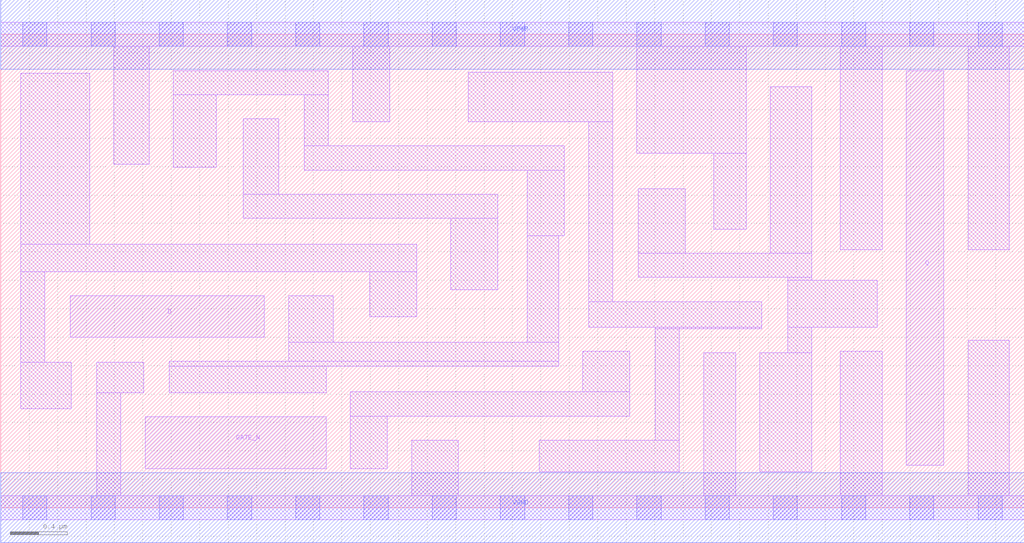
<source format=lef>
# Copyright 2020 The SkyWater PDK Authors
#
# Licensed under the Apache License, Version 2.0 (the "License");
# you may not use this file except in compliance with the License.
# You may obtain a copy of the License at
#
#     https://www.apache.org/licenses/LICENSE-2.0
#
# Unless required by applicable law or agreed to in writing, software
# distributed under the License is distributed on an "AS IS" BASIS,
# WITHOUT WARRANTIES OR CONDITIONS OF ANY KIND, either express or implied.
# See the License for the specific language governing permissions and
# limitations under the License.
#
# SPDX-License-Identifier: Apache-2.0

VERSION 5.7 ;
  NAMESCASESENSITIVE ON ;
  NOWIREEXTENSIONATPIN ON ;
  DIVIDERCHAR "/" ;
  BUSBITCHARS "[]" ;
UNITS
  DATABASE MICRONS 200 ;
END UNITS
MACRO sky130_fd_sc_lp__dlxtn_2
  CLASS CORE ;
  FOREIGN sky130_fd_sc_lp__dlxtn_2 ;
  ORIGIN  0.000000  0.000000 ;
  SIZE  7.200000 BY  3.330000 ;
  SYMMETRY X Y R90 ;
  SITE unit ;
  PIN D
    ANTENNAGATEAREA  0.159000 ;
    DIRECTION INPUT ;
    USE SIGNAL ;
    PORT
      LAYER li1 ;
        RECT 0.490000 1.200000 1.855000 1.490000 ;
    END
  END D
  PIN Q
    ANTENNADIFFAREA  0.588000 ;
    DIRECTION OUTPUT ;
    USE SIGNAL ;
    PORT
      LAYER li1 ;
        RECT 6.370000 0.300000 6.635000 3.075000 ;
    END
  END Q
  PIN GATE_N
    ANTENNAGATEAREA  0.159000 ;
    DIRECTION INPUT ;
    USE CLOCK ;
    PORT
      LAYER li1 ;
        RECT 1.015000 0.275000 2.290000 0.640000 ;
    END
  END GATE_N
  PIN VGND
    DIRECTION INOUT ;
    USE GROUND ;
    PORT
      LAYER met1 ;
        RECT 0.000000 -0.245000 7.200000 0.245000 ;
    END
  END VGND
  PIN VPWR
    DIRECTION INOUT ;
    USE POWER ;
    PORT
      LAYER met1 ;
        RECT 0.000000 3.085000 7.200000 3.575000 ;
    END
  END VPWR
  OBS
    LAYER li1 ;
      RECT 0.000000 -0.085000 7.200000 0.085000 ;
      RECT 0.000000  3.245000 7.200000 3.415000 ;
      RECT 0.140000  0.695000 0.495000 1.025000 ;
      RECT 0.140000  1.025000 0.310000 1.660000 ;
      RECT 0.140000  1.660000 2.925000 1.855000 ;
      RECT 0.140000  1.855000 0.625000 3.055000 ;
      RECT 0.675000  0.085000 0.845000 0.810000 ;
      RECT 0.675000  0.810000 1.005000 1.025000 ;
      RECT 0.795000  2.415000 1.045000 3.245000 ;
      RECT 1.185000  0.810000 2.290000 0.995000 ;
      RECT 1.185000  0.995000 3.925000 1.030000 ;
      RECT 1.215000  2.395000 1.515000 2.905000 ;
      RECT 1.215000  2.905000 2.305000 3.075000 ;
      RECT 1.705000  2.035000 3.495000 2.205000 ;
      RECT 1.705000  2.205000 1.955000 2.735000 ;
      RECT 2.025000  1.030000 3.925000 1.165000 ;
      RECT 2.025000  1.165000 2.340000 1.490000 ;
      RECT 2.135000  2.375000 3.965000 2.545000 ;
      RECT 2.135000  2.545000 2.305000 2.905000 ;
      RECT 2.460000  0.275000 2.720000 0.645000 ;
      RECT 2.460000  0.645000 4.425000 0.815000 ;
      RECT 2.475000  2.715000 2.735000 3.245000 ;
      RECT 2.595000  1.345000 2.925000 1.660000 ;
      RECT 2.890000  0.085000 3.220000 0.475000 ;
      RECT 3.165000  1.535000 3.495000 2.035000 ;
      RECT 3.290000  2.715000 4.305000 3.065000 ;
      RECT 3.705000  1.165000 3.925000 1.915000 ;
      RECT 3.705000  1.915000 3.965000 2.375000 ;
      RECT 3.790000  0.255000 4.775000 0.475000 ;
      RECT 4.095000  0.815000 4.425000 1.100000 ;
      RECT 4.135000  1.270000 5.355000 1.450000 ;
      RECT 4.135000  1.450000 4.305000 2.715000 ;
      RECT 4.475000  2.495000 5.245000 3.245000 ;
      RECT 4.485000  1.620000 5.705000 1.790000 ;
      RECT 4.485000  1.790000 4.815000 2.245000 ;
      RECT 4.605000  0.475000 4.775000 1.260000 ;
      RECT 4.605000  1.260000 5.355000 1.270000 ;
      RECT 4.945000  0.085000 5.170000 1.090000 ;
      RECT 5.015000  1.960000 5.245000 2.495000 ;
      RECT 5.340000  0.255000 5.705000 1.090000 ;
      RECT 5.415000  1.790000 5.705000 2.960000 ;
      RECT 5.535000  1.090000 5.705000 1.270000 ;
      RECT 5.535000  1.270000 6.165000 1.600000 ;
      RECT 5.535000  1.600000 5.705000 1.620000 ;
      RECT 5.905000  0.085000 6.200000 1.100000 ;
      RECT 5.905000  1.815000 6.200000 3.245000 ;
      RECT 6.805000  0.085000 7.095000 1.180000 ;
      RECT 6.805000  1.815000 7.095000 3.245000 ;
    LAYER mcon ;
      RECT 0.155000 -0.085000 0.325000 0.085000 ;
      RECT 0.155000  3.245000 0.325000 3.415000 ;
      RECT 0.635000 -0.085000 0.805000 0.085000 ;
      RECT 0.635000  3.245000 0.805000 3.415000 ;
      RECT 1.115000 -0.085000 1.285000 0.085000 ;
      RECT 1.115000  3.245000 1.285000 3.415000 ;
      RECT 1.595000 -0.085000 1.765000 0.085000 ;
      RECT 1.595000  3.245000 1.765000 3.415000 ;
      RECT 2.075000 -0.085000 2.245000 0.085000 ;
      RECT 2.075000  3.245000 2.245000 3.415000 ;
      RECT 2.555000 -0.085000 2.725000 0.085000 ;
      RECT 2.555000  3.245000 2.725000 3.415000 ;
      RECT 3.035000 -0.085000 3.205000 0.085000 ;
      RECT 3.035000  3.245000 3.205000 3.415000 ;
      RECT 3.515000 -0.085000 3.685000 0.085000 ;
      RECT 3.515000  3.245000 3.685000 3.415000 ;
      RECT 3.995000 -0.085000 4.165000 0.085000 ;
      RECT 3.995000  3.245000 4.165000 3.415000 ;
      RECT 4.475000 -0.085000 4.645000 0.085000 ;
      RECT 4.475000  3.245000 4.645000 3.415000 ;
      RECT 4.955000 -0.085000 5.125000 0.085000 ;
      RECT 4.955000  3.245000 5.125000 3.415000 ;
      RECT 5.435000 -0.085000 5.605000 0.085000 ;
      RECT 5.435000  3.245000 5.605000 3.415000 ;
      RECT 5.915000 -0.085000 6.085000 0.085000 ;
      RECT 5.915000  3.245000 6.085000 3.415000 ;
      RECT 6.395000 -0.085000 6.565000 0.085000 ;
      RECT 6.395000  3.245000 6.565000 3.415000 ;
      RECT 6.875000 -0.085000 7.045000 0.085000 ;
      RECT 6.875000  3.245000 7.045000 3.415000 ;
  END
END sky130_fd_sc_lp__dlxtn_2
END LIBRARY

</source>
